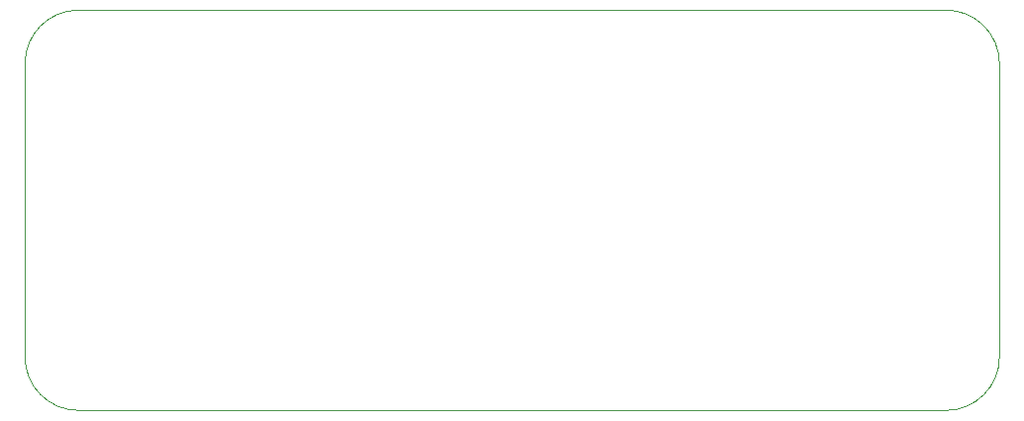
<source format=gm1>
G04 #@! TF.GenerationSoftware,KiCad,Pcbnew,(5.1.10-1-10_14)*
G04 #@! TF.CreationDate,2021-08-04T23:21:23+02:00*
G04 #@! TF.ProjectId,keyboard,6b657962-6f61-4726-942e-6b696361645f,rev?*
G04 #@! TF.SameCoordinates,Original*
G04 #@! TF.FileFunction,Profile,NP*
%FSLAX46Y46*%
G04 Gerber Fmt 4.6, Leading zero omitted, Abs format (unit mm)*
G04 Created by KiCad (PCBNEW (5.1.10-1-10_14)) date 2021-08-04 23:21:23*
%MOMM*%
%LPD*%
G01*
G04 APERTURE LIST*
G04 #@! TA.AperFunction,Profile*
%ADD10C,0.100000*%
G04 #@! TD*
G04 APERTURE END LIST*
D10*
X154432000Y-59944000D02*
G75*
G02*
X159004000Y-64516000I0J-4572000D01*
G01*
X159004000Y-89662000D02*
G75*
G02*
X154432000Y-94234000I-4572000J0D01*
G01*
X80264000Y-94234000D02*
G75*
G02*
X75692000Y-89662000I0J4572000D01*
G01*
X75692000Y-64516000D02*
G75*
G02*
X80264000Y-59944000I4572000J0D01*
G01*
X75692000Y-89662000D02*
X75692000Y-64516000D01*
X80264000Y-59944000D02*
X154432000Y-59944000D01*
X159004000Y-64516000D02*
X159004000Y-89662000D01*
X154432000Y-94234000D02*
X80264000Y-94234000D01*
M02*

</source>
